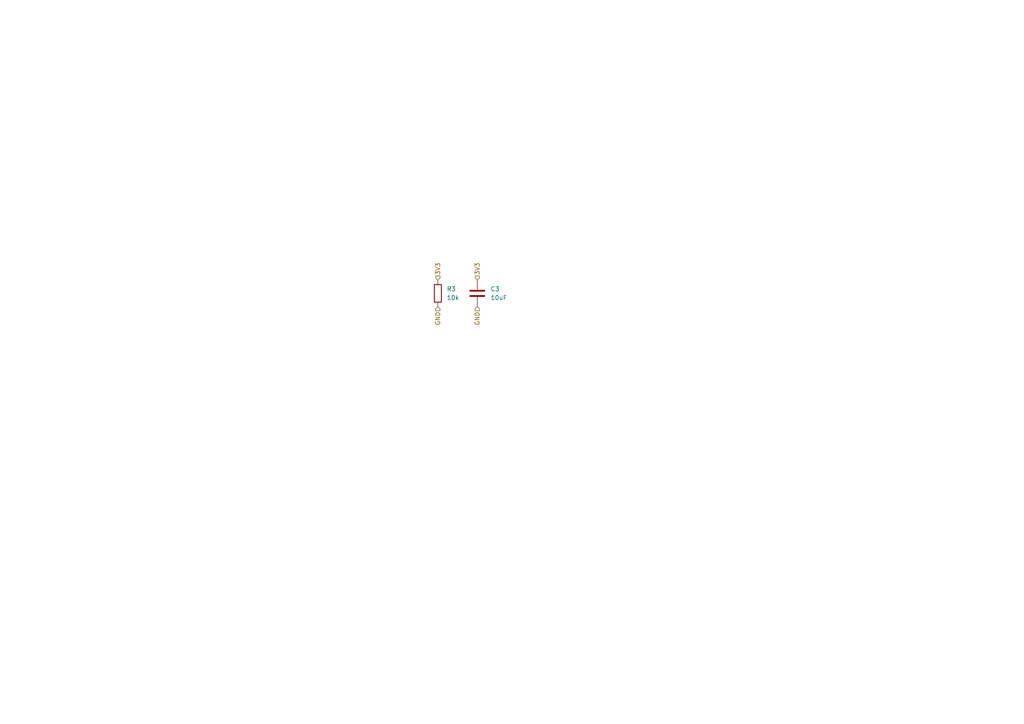
<source format=kicad_sch>
(kicad_sch (version 20250114) (generator "eeschema") (generator_version "9.0")
  (paper "A4")
  (lib_symbols
    (symbol "Device:C" (pin_numbers (hide yes)) (pin_names (offset 0.254))
      (property "Reference" "C" (at 0.635 2.54 0))
      (property "Value" "C" (at 0.635 -2.54 0))
      (symbol "C_0_1"
        (polyline (pts (xy -2.032 0.762) (xy 2.032 0.762)) (stroke (width 0.508)))
        (polyline (pts (xy -2.032 -0.762) (xy 2.032 -0.762)) (stroke (width 0.508)))
      )
      (symbol "C_1_1"
        (pin passive line (at 0 3.81 270) (length 2.794) (name "~") (number "1"))
        (pin passive line (at 0 -3.81 90) (length 2.794) (name "~") (number "2"))
      )
    )
    (symbol "Device:R" (pin_numbers (hide yes)) (pin_names (offset 0))
      (property "Reference" "R" (at 2.032 0 90))
      (property "Value" "R" (at 0 0 90))
      (symbol "R_0_1"
        (rectangle (start -1.016 -2.54) (end 1.016 2.54) (stroke (width 0.254)))
      )
      (symbol "R_1_1"
        (pin passive line (at 0 3.81 270) (length 1.27) (name "~") (number "1"))
        (pin passive line (at 0 -3.81 90) (length 1.27) (name "~") (number "2"))
      )
    )
  )
  (hierarchical_label "GND" (shape input) (at 127 88.9 270))
  (hierarchical_label "GND" (shape input) (at 138.43 88.9 270))
  (hierarchical_label "3V3" (shape input) (at 138.43 81.28 90))
  (hierarchical_label "3V3" (shape input) (at 127 81.28 90))
  (symbol (lib_id "Device:R") (at 127 85.09 0) (unit 1)
    (property "Reference" "R3" (at 129.54 83.8199 0) (effects (justify left)))
    (property "Value" "10k" (at 129.54 86.3599 0) (effects (justify left)))
    (property "Footprint" "Resistor_SMD:R_0603_1608Metric" (effects (hide yes)))
    (property "Description" "Resistor" (effects (hide yes)))
  )
  (symbol (lib_id "Device:C") (at 138.43 85.09 0) (unit 1)
    (property "Reference" "C3" (at 142.24 83.8199 0) (effects (justify left)))
    (property "Value" "10uF" (at 142.24 86.3599 0) (effects (justify left)))
    (property "Footprint" "Capacitor_SMD:C_0603_1608Metric" (effects (hide yes)))
    (property "Description" "Unpolarized capacitor" (effects (hide yes)))
  )
)
</source>
